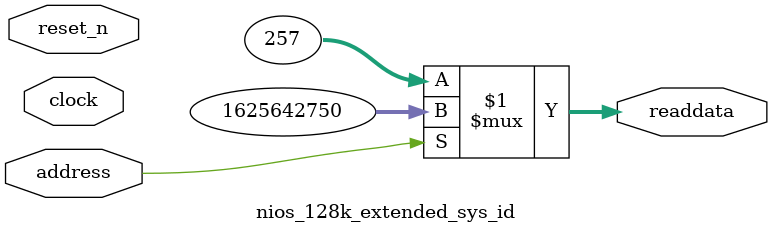
<source format=v>



// synthesis translate_off
`timescale 1ns / 1ps
// synthesis translate_on

// turn off superfluous verilog processor warnings 
// altera message_level Level1 
// altera message_off 10034 10035 10036 10037 10230 10240 10030 

module nios_128k_extended_sys_id (
               // inputs:
                address,
                clock,
                reset_n,

               // outputs:
                readdata
             )
;

  output  [ 31: 0] readdata;
  input            address;
  input            clock;
  input            reset_n;

  wire    [ 31: 0] readdata;
  //control_slave, which is an e_avalon_slave
  assign readdata = address ? 1625642750 : 257;

endmodule




</source>
